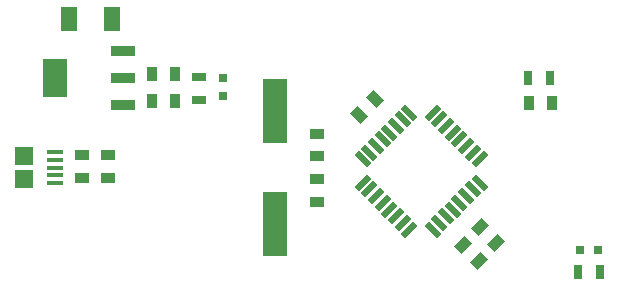
<source format=gtp>
G04*
G04 #@! TF.GenerationSoftware,Altium Limited,Altium Designer,20.0.2 (26)*
G04*
G04 Layer_Color=8421504*
%FSLAX44Y44*%
%MOMM*%
G71*
G01*
G75*
%ADD15R,0.8000X0.8000*%
%ADD16R,0.7000X1.3000*%
%ADD17R,0.9000X1.3000*%
G04:AMPARAMS|DCode=18|XSize=0.9mm|YSize=1.3mm|CornerRadius=0mm|HoleSize=0mm|Usage=FLASHONLY|Rotation=135.000|XOffset=0mm|YOffset=0mm|HoleType=Round|Shape=Rectangle|*
%AMROTATEDRECTD18*
4,1,4,0.7778,0.1414,-0.1414,-0.7778,-0.7778,-0.1414,0.1414,0.7778,0.7778,0.1414,0.0*
%
%ADD18ROTATEDRECTD18*%

%ADD19R,1.3000X0.9000*%
G04:AMPARAMS|DCode=20|XSize=0.9mm|YSize=1.3mm|CornerRadius=0mm|HoleSize=0mm|Usage=FLASHONLY|Rotation=225.000|XOffset=0mm|YOffset=0mm|HoleType=Round|Shape=Rectangle|*
%AMROTATEDRECTD20*
4,1,4,-0.1414,0.7778,0.7778,-0.1414,0.1414,-0.7778,-0.7778,0.1414,-0.1414,0.7778,0.0*
%
%ADD20ROTATEDRECTD20*%

G04:AMPARAMS|DCode=21|XSize=0.55mm|YSize=1.5mm|CornerRadius=0mm|HoleSize=0mm|Usage=FLASHONLY|Rotation=315.000|XOffset=0mm|YOffset=0mm|HoleType=Round|Shape=Rectangle|*
%AMROTATEDRECTD21*
4,1,4,-0.7248,-0.3359,0.3359,0.7248,0.7248,0.3359,-0.3359,-0.7248,-0.7248,-0.3359,0.0*
%
%ADD21ROTATEDRECTD21*%

G04:AMPARAMS|DCode=22|XSize=0.55mm|YSize=1.5mm|CornerRadius=0mm|HoleSize=0mm|Usage=FLASHONLY|Rotation=45.000|XOffset=0mm|YOffset=0mm|HoleType=Round|Shape=Rectangle|*
%AMROTATEDRECTD22*
4,1,4,0.3359,-0.7248,-0.7248,0.3359,-0.3359,0.7248,0.7248,-0.3359,0.3359,-0.7248,0.0*
%
%ADD22ROTATEDRECTD22*%

%ADD23R,2.0000X5.5000*%
%ADD24R,1.3000X0.7000*%
%ADD25R,1.4000X2.0300*%
%ADD26R,2.1500X3.2500*%
%ADD27R,2.1500X0.9500*%
%ADD28R,1.3500X0.4000*%
%ADD29R,1.5000X1.5000*%
%ADD30R,0.8000X0.8000*%
D15*
X503500Y82000D02*
D03*
X488500D02*
D03*
D16*
X505500Y64000D02*
D03*
X486500D02*
D03*
X463500Y228000D02*
D03*
X444500D02*
D03*
D17*
X464500Y207000D02*
D03*
X445500D02*
D03*
X126500Y231000D02*
D03*
X145500D02*
D03*
X126500Y208000D02*
D03*
X145500D02*
D03*
D18*
X417718Y88282D02*
D03*
X404282Y101718D02*
D03*
X402718Y73282D02*
D03*
X389282Y86718D02*
D03*
D19*
X266000Y161500D02*
D03*
Y180500D02*
D03*
Y142000D02*
D03*
Y123000D02*
D03*
X67000Y143500D02*
D03*
Y162500D02*
D03*
X89000Y143500D02*
D03*
Y162500D02*
D03*
D20*
X314718Y209718D02*
D03*
X301283Y196283D02*
D03*
D21*
X363899Y198498D02*
D03*
X369556Y192841D02*
D03*
X375213Y187184D02*
D03*
X380870Y181527D02*
D03*
X386527Y175870D02*
D03*
X392184Y170213D02*
D03*
X397841Y164556D02*
D03*
X403498Y158899D02*
D03*
X344100Y99502D02*
D03*
X338444Y105159D02*
D03*
X332787Y110816D02*
D03*
X327130Y116473D02*
D03*
X321473Y122130D02*
D03*
X315816Y127787D02*
D03*
X310159Y133444D02*
D03*
X304503Y139101D02*
D03*
D22*
X403498D02*
D03*
X397841Y133444D02*
D03*
X392184Y127787D02*
D03*
X386527Y122130D02*
D03*
X380870Y116473D02*
D03*
X375213Y110816D02*
D03*
X369556Y105159D02*
D03*
X363899Y99502D02*
D03*
X304503Y158899D02*
D03*
X310159Y164556D02*
D03*
X315816Y170213D02*
D03*
X321473Y175870D02*
D03*
X327130Y181527D02*
D03*
X332787Y187184D02*
D03*
X338444Y192841D02*
D03*
X344100Y198498D02*
D03*
D23*
X230000Y199500D02*
D03*
Y104500D02*
D03*
D24*
X166000Y228500D02*
D03*
Y209500D02*
D03*
D25*
X92400Y278000D02*
D03*
X55600D02*
D03*
D26*
X44000Y228000D02*
D03*
D27*
X102000Y251000D02*
D03*
X102000Y228000D02*
D03*
X102000Y205000D02*
D03*
D28*
X44500Y165000D02*
D03*
X44500Y158500D02*
D03*
Y152000D02*
D03*
Y145500D02*
D03*
Y139000D02*
D03*
D29*
X17500Y162000D02*
D03*
X17500Y142000D02*
D03*
D30*
X186000Y212500D02*
D03*
Y227500D02*
D03*
M02*

</source>
